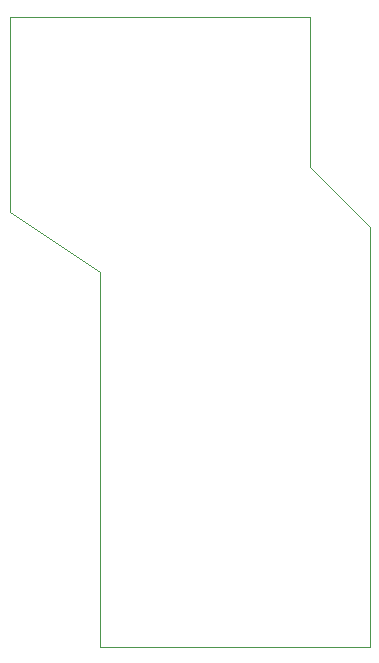
<source format=gbr>
%TF.GenerationSoftware,KiCad,Pcbnew,7.0.10*%
%TF.CreationDate,2024-05-14T13:40:59-04:00*%
%TF.ProjectId,Power PCB,506f7765-7220-4504-9342-2e6b69636164,rev?*%
%TF.SameCoordinates,Original*%
%TF.FileFunction,Profile,NP*%
%FSLAX46Y46*%
G04 Gerber Fmt 4.6, Leading zero omitted, Abs format (unit mm)*
G04 Created by KiCad (PCBNEW 7.0.10) date 2024-05-14 13:40:59*
%MOMM*%
%LPD*%
G01*
G04 APERTURE LIST*
%TA.AperFunction,Profile*%
%ADD10C,0.100000*%
%TD*%
G04 APERTURE END LIST*
D10*
X147320000Y-111760000D02*
X147320000Y-78740000D01*
X147320000Y-78740000D02*
X147320000Y-76200000D01*
X124460000Y-80010000D02*
X116840000Y-74930000D01*
X124460000Y-111760000D02*
X147320000Y-111760000D01*
X116840000Y-58420000D02*
X116840000Y-71120000D01*
X142240000Y-58420000D02*
X142240000Y-71120000D01*
X147320000Y-76200000D02*
X142240000Y-71120000D01*
X116840000Y-58420000D02*
X142240000Y-58420000D01*
X116840000Y-71120000D02*
X116840000Y-74930000D01*
X124460000Y-111760000D02*
X124460000Y-80010000D01*
M02*

</source>
